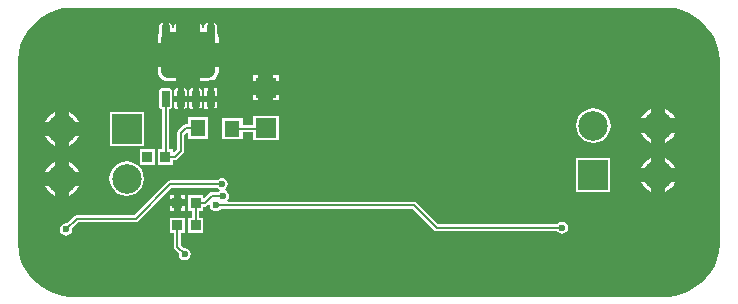
<source format=gbl>
G04*
G04 #@! TF.GenerationSoftware,Altium Limited,Altium Designer,19.1.6 (110)*
G04*
G04 Layer_Physical_Order=2*
G04 Layer_Color=16711680*
%FSLAX43Y43*%
%MOMM*%
G71*
G01*
G75*
%ADD10C,0.200*%
%ADD32R,1.800X1.700*%
%ADD40R,0.850X0.900*%
%ADD45C,2.500*%
%ADD46R,2.500X2.500*%
%ADD47C,0.600*%
%ADD48R,0.710X1.372*%
G04:AMPARAMS|DCode=49|XSize=0.71mm|YSize=1.372mm|CornerRadius=0.089mm|HoleSize=0mm|Usage=FLASHONLY|Rotation=0.000|XOffset=0mm|YOffset=0mm|HoleType=Round|Shape=RoundedRectangle|*
%AMROUNDEDRECTD49*
21,1,0.710,1.195,0,0,0.0*
21,1,0.532,1.372,0,0,0.0*
1,1,0.178,0.266,-0.597*
1,1,0.178,-0.266,-0.597*
1,1,0.178,-0.266,0.597*
1,1,0.178,0.266,0.597*
%
%ADD49ROUNDEDRECTD49*%
G04:AMPARAMS|DCode=50|XSize=4.52mm|YSize=3.85mm|CornerRadius=0.481mm|HoleSize=0mm|Usage=FLASHONLY|Rotation=0.000|XOffset=0mm|YOffset=0mm|HoleType=Round|Shape=RoundedRectangle|*
%AMROUNDEDRECTD50*
21,1,4.520,2.888,0,0,0.0*
21,1,3.558,3.850,0,0,0.0*
1,1,0.963,1.779,-1.444*
1,1,0.963,-1.779,-1.444*
1,1,0.963,-1.779,1.444*
1,1,0.963,1.779,1.444*
%
%ADD50ROUNDEDRECTD50*%
%ADD51R,1.300X1.400*%
G36*
X55928Y24664D02*
X56529Y24503D01*
X57103Y24265D01*
X57642Y23954D01*
X58135Y23575D01*
X58575Y23135D01*
X58954Y22642D01*
X59265Y22103D01*
X59503Y21529D01*
X59664Y20928D01*
X59745Y20311D01*
Y20000D01*
Y5000D01*
Y4689D01*
X59664Y4072D01*
X59503Y3471D01*
X59265Y2897D01*
X58954Y2358D01*
X58575Y1865D01*
X58135Y1425D01*
X57642Y1046D01*
X57103Y735D01*
X56529Y497D01*
X55928Y336D01*
X55311Y255D01*
X4689D01*
X4072Y336D01*
X3471Y497D01*
X2897Y735D01*
X2358Y1046D01*
X1865Y1425D01*
X1425Y1865D01*
X1046Y2358D01*
X735Y2897D01*
X497Y3471D01*
X336Y4072D01*
X255Y4689D01*
Y5000D01*
Y20000D01*
Y20311D01*
X336Y20928D01*
X497Y21529D01*
X735Y22103D01*
X1046Y22642D01*
X1425Y23135D01*
X1865Y23575D01*
X2358Y23954D01*
X2897Y24265D01*
X3471Y24503D01*
X4072Y24664D01*
X4689Y24745D01*
X55311D01*
X55928Y24664D01*
D02*
G37*
%LPC*%
G36*
X16871Y23462D02*
X16870D01*
Y22570D01*
X16340D01*
Y23462D01*
X16339D01*
X16226Y23439D01*
X16130Y23375D01*
X16067Y23280D01*
X16044Y23167D01*
Y22982D01*
X15896D01*
Y23167D01*
X15873Y23280D01*
X15809Y23375D01*
X15714Y23439D01*
X15700Y23442D01*
Y21750D01*
X17267D01*
Y22194D01*
X17240Y22398D01*
X17166Y22577D01*
Y23167D01*
X17143Y23280D01*
X17079Y23375D01*
X16984Y23439D01*
X16871Y23462D01*
D02*
G37*
G36*
X13061D02*
X13060D01*
Y22570D01*
X12530D01*
Y23462D01*
X12529D01*
X12416Y23439D01*
X12320Y23375D01*
X12257Y23280D01*
X12234Y23167D01*
Y22577D01*
X12160Y22398D01*
X12133Y22194D01*
Y21750D01*
X13700D01*
Y23442D01*
X13686Y23439D01*
X13590Y23375D01*
X13527Y23280D01*
X13504Y23167D01*
Y22982D01*
X13356D01*
Y23167D01*
X13333Y23280D01*
X13269Y23375D01*
X13174Y23439D01*
X13061Y23462D01*
D02*
G37*
G36*
X22350Y19000D02*
X21850D01*
Y18550D01*
X22350D01*
Y19000D01*
D02*
G37*
G36*
X20650D02*
X20150D01*
Y18550D01*
X20650D01*
Y19000D01*
D02*
G37*
G36*
X17267Y19750D02*
X15700D01*
Y18518D01*
X16479D01*
X16683Y18545D01*
X16873Y18624D01*
X17036Y18749D01*
X17161Y18912D01*
X17240Y19102D01*
X17267Y19306D01*
Y19750D01*
D02*
G37*
G36*
X13700D02*
X12133D01*
Y19306D01*
X12160Y19102D01*
X12239Y18912D01*
X12364Y18749D01*
X12527Y18624D01*
X12717Y18545D01*
X12921Y18518D01*
X13700D01*
Y19750D01*
D02*
G37*
G36*
X17160Y17916D02*
X16870D01*
Y17295D01*
X17160D01*
Y17916D01*
D02*
G37*
G36*
X16340D02*
X16050D01*
Y17295D01*
X16340D01*
Y17916D01*
D02*
G37*
G36*
X15601Y17922D02*
X15600D01*
Y17295D01*
X15896D01*
Y17627D01*
X15873Y17740D01*
X15809Y17835D01*
X15714Y17899D01*
X15601Y17922D01*
D02*
G37*
G36*
X15070D02*
X15069D01*
X14956Y17899D01*
X14860Y17835D01*
X14797Y17740D01*
X14774Y17627D01*
Y17295D01*
X15070D01*
Y17922D01*
D02*
G37*
G36*
X14331D02*
X14330D01*
Y17295D01*
X14626D01*
Y17627D01*
X14603Y17740D01*
X14539Y17835D01*
X14444Y17899D01*
X14331Y17922D01*
D02*
G37*
G36*
X13800D02*
X13799D01*
X13686Y17899D01*
X13590Y17835D01*
X13527Y17740D01*
X13504Y17627D01*
Y17295D01*
X13800D01*
Y17922D01*
D02*
G37*
G36*
X22350Y17350D02*
X21850D01*
Y16900D01*
X22350D01*
Y17350D01*
D02*
G37*
G36*
X20650D02*
X20150D01*
Y16900D01*
X20650D01*
Y17350D01*
D02*
G37*
G36*
X17160Y16765D02*
X16870D01*
Y16144D01*
X17160D01*
Y16765D01*
D02*
G37*
G36*
X16340D02*
X16050D01*
Y16144D01*
X16340D01*
Y16765D01*
D02*
G37*
G36*
X15896D02*
X15600D01*
Y16138D01*
X15601D01*
X15714Y16161D01*
X15809Y16224D01*
X15873Y16320D01*
X15896Y16433D01*
Y16765D01*
D02*
G37*
G36*
X15070D02*
X14774D01*
Y16433D01*
X14797Y16320D01*
X14860Y16224D01*
X14956Y16161D01*
X15069Y16138D01*
X15070D01*
Y16765D01*
D02*
G37*
G36*
X14626D02*
X14330D01*
Y16138D01*
X14331D01*
X14444Y16161D01*
X14539Y16224D01*
X14603Y16320D01*
X14626Y16433D01*
Y16765D01*
D02*
G37*
G36*
X13800D02*
X13504D01*
Y16433D01*
X13527Y16320D01*
X13590Y16224D01*
X13686Y16161D01*
X13799Y16138D01*
X13800D01*
Y16765D01*
D02*
G37*
G36*
X55100Y16187D02*
Y15350D01*
X55937D01*
X55795Y15615D01*
X55601Y15851D01*
X55365Y16045D01*
X55100Y16187D01*
D02*
G37*
G36*
X53900Y16187D02*
X53635Y16045D01*
X53399Y15851D01*
X53205Y15615D01*
X53063Y15350D01*
X53900D01*
Y16187D01*
D02*
G37*
G36*
X4600Y15887D02*
Y15050D01*
X5437D01*
X5295Y15315D01*
X5101Y15551D01*
X4865Y15745D01*
X4600Y15887D01*
D02*
G37*
G36*
X3400Y15887D02*
X3135Y15745D01*
X2899Y15551D01*
X2705Y15315D01*
X2563Y15050D01*
X3400D01*
Y15887D01*
D02*
G37*
G36*
X22350Y15600D02*
X20150D01*
Y14806D01*
X19300D01*
Y15400D01*
X17600D01*
Y13600D01*
X19300D01*
Y14194D01*
X20150D01*
Y13500D01*
X22350D01*
Y15600D01*
D02*
G37*
G36*
X13061Y17922D02*
X12529D01*
X12416Y17899D01*
X12320Y17835D01*
X12257Y17740D01*
X12234Y17627D01*
Y16433D01*
X12257Y16320D01*
X12320Y16224D01*
X12416Y16161D01*
X12489Y16146D01*
Y12750D01*
X12150D01*
Y11450D01*
X13400D01*
Y11794D01*
X13550D01*
X13550Y11794D01*
X13667Y11817D01*
X13766Y11884D01*
X14266Y12384D01*
X14333Y12483D01*
X14356Y12600D01*
X14356Y12600D01*
Y13973D01*
X14573Y14190D01*
X14700Y14138D01*
Y13650D01*
X16400D01*
Y15450D01*
X14700D01*
Y14856D01*
X14500D01*
X14383Y14833D01*
X14284Y14766D01*
X13834Y14316D01*
X13767Y14217D01*
X13744Y14100D01*
X13744Y14100D01*
Y12727D01*
X13527Y12510D01*
X13400Y12562D01*
Y12750D01*
X13101D01*
Y16146D01*
X13174Y16161D01*
X13269Y16224D01*
X13333Y16320D01*
X13356Y16433D01*
Y17627D01*
X13333Y17740D01*
X13269Y17835D01*
X13174Y17899D01*
X13061Y17922D01*
D02*
G37*
G36*
X55937Y14150D02*
X55100D01*
Y13313D01*
X55365Y13455D01*
X55601Y13649D01*
X55795Y13885D01*
X55937Y14150D01*
D02*
G37*
G36*
X53900D02*
X53063D01*
X53205Y13885D01*
X53399Y13649D01*
X53635Y13455D01*
X53900Y13313D01*
Y14150D01*
D02*
G37*
G36*
X49000Y16213D02*
X48621Y16163D01*
X48269Y16017D01*
X47966Y15784D01*
X47733Y15481D01*
X47587Y15129D01*
X47537Y14750D01*
X47587Y14371D01*
X47733Y14019D01*
X47966Y13716D01*
X48269Y13483D01*
X48621Y13337D01*
X49000Y13287D01*
X49379Y13337D01*
X49731Y13483D01*
X50034Y13716D01*
X50267Y14019D01*
X50413Y14371D01*
X50463Y14750D01*
X50413Y15129D01*
X50267Y15481D01*
X50034Y15784D01*
X49731Y16017D01*
X49379Y16163D01*
X49000Y16213D01*
D02*
G37*
G36*
X5437Y13850D02*
X4600D01*
Y13013D01*
X4865Y13155D01*
X5101Y13349D01*
X5295Y13585D01*
X5437Y13850D01*
D02*
G37*
G36*
X3400D02*
X2563D01*
X2705Y13585D01*
X2899Y13349D01*
X3135Y13155D01*
X3400Y13013D01*
Y13850D01*
D02*
G37*
G36*
X10950Y15900D02*
X8050D01*
Y13000D01*
X10950D01*
Y15900D01*
D02*
G37*
G36*
X11850Y12750D02*
X10600D01*
Y11450D01*
X11850D01*
Y12750D01*
D02*
G37*
G36*
X55100Y11987D02*
Y11150D01*
X55937D01*
X55795Y11415D01*
X55601Y11651D01*
X55365Y11845D01*
X55100Y11987D01*
D02*
G37*
G36*
X53900Y11987D02*
X53635Y11845D01*
X53399Y11651D01*
X53205Y11415D01*
X53063Y11150D01*
X53900D01*
Y11987D01*
D02*
G37*
G36*
X4600Y11687D02*
Y10850D01*
X5437D01*
X5295Y11115D01*
X5101Y11351D01*
X4865Y11545D01*
X4600Y11687D01*
D02*
G37*
G36*
X3400Y11687D02*
X3135Y11545D01*
X2899Y11351D01*
X2705Y11115D01*
X2563Y10850D01*
X3400D01*
Y11687D01*
D02*
G37*
G36*
X55937Y9950D02*
X55100D01*
Y9113D01*
X55365Y9255D01*
X55601Y9449D01*
X55795Y9685D01*
X55937Y9950D01*
D02*
G37*
G36*
X53900D02*
X53063D01*
X53205Y9685D01*
X53399Y9449D01*
X53635Y9255D01*
X53900Y9113D01*
Y9950D01*
D02*
G37*
G36*
X17550Y10310D02*
X17355Y10271D01*
X17190Y10160D01*
X17153Y10106D01*
X13196D01*
X13079Y10083D01*
X12980Y10016D01*
X10119Y7156D01*
X5250D01*
X5133Y7133D01*
X5034Y7066D01*
X5034Y7066D01*
X4414Y6447D01*
X4350Y6460D01*
X4155Y6421D01*
X3990Y6310D01*
X3879Y6145D01*
X3840Y5950D01*
X3879Y5755D01*
X3990Y5590D01*
X4155Y5479D01*
X4350Y5440D01*
X4545Y5479D01*
X4710Y5590D01*
X4821Y5755D01*
X4860Y5950D01*
X4847Y6014D01*
X5377Y6544D01*
X10246D01*
X10246Y6544D01*
X10363Y6567D01*
X10462Y6634D01*
X13323Y9494D01*
X17153D01*
X17190Y9440D01*
X17334Y9343D01*
X17352Y9254D01*
X17350Y9201D01*
X17290Y9160D01*
X17253Y9106D01*
X16700D01*
X16700Y9106D01*
X16583Y9083D01*
X16484Y9016D01*
X16077Y8610D01*
X15950Y8662D01*
Y8850D01*
X14700D01*
Y7550D01*
X15019D01*
Y6950D01*
X14700D01*
Y5650D01*
X15950D01*
Y6950D01*
X15631D01*
Y7550D01*
X15950D01*
Y7894D01*
X16100D01*
X16100Y7894D01*
X16217Y7917D01*
X16316Y7984D01*
X16430Y8098D01*
X16547Y8035D01*
X16540Y8000D01*
X16579Y7805D01*
X16690Y7640D01*
X16855Y7529D01*
X17050Y7490D01*
X17245Y7529D01*
X17410Y7640D01*
X17447Y7694D01*
X33711D01*
X35522Y5884D01*
X35522Y5884D01*
X35621Y5817D01*
X35738Y5794D01*
X35738Y5794D01*
X45953D01*
X45990Y5740D01*
X46155Y5629D01*
X46350Y5590D01*
X46545Y5629D01*
X46710Y5740D01*
X46821Y5905D01*
X46860Y6100D01*
X46821Y6295D01*
X46710Y6460D01*
X46545Y6571D01*
X46350Y6610D01*
X46155Y6571D01*
X45990Y6460D01*
X45953Y6406D01*
X35865D01*
X34054Y8216D01*
X33955Y8283D01*
X33838Y8306D01*
X33838Y8306D01*
X18039D01*
X18001Y8433D01*
X18010Y8440D01*
X18121Y8605D01*
X18160Y8800D01*
X18121Y8995D01*
X18010Y9160D01*
X17866Y9257D01*
X17848Y9346D01*
X17850Y9399D01*
X17910Y9440D01*
X18021Y9605D01*
X18060Y9800D01*
X18021Y9995D01*
X17910Y10160D01*
X17745Y10271D01*
X17550Y10310D01*
D02*
G37*
G36*
X50450Y12000D02*
X47550D01*
Y9100D01*
X50450D01*
Y12000D01*
D02*
G37*
G36*
X5437Y9650D02*
X4600D01*
Y8813D01*
X4865Y8955D01*
X5101Y9149D01*
X5295Y9385D01*
X5437Y9650D01*
D02*
G37*
G36*
X3400D02*
X2563D01*
X2705Y9385D01*
X2899Y9149D01*
X3135Y8955D01*
X3400Y8813D01*
Y9650D01*
D02*
G37*
G36*
X9500Y11713D02*
X9121Y11663D01*
X8769Y11517D01*
X8466Y11284D01*
X8233Y10981D01*
X8087Y10629D01*
X8037Y10250D01*
X8087Y9871D01*
X8233Y9519D01*
X8466Y9216D01*
X8769Y8983D01*
X9121Y8837D01*
X9500Y8787D01*
X9879Y8837D01*
X10231Y8983D01*
X10534Y9216D01*
X10767Y9519D01*
X10913Y9871D01*
X10963Y10250D01*
X10913Y10629D01*
X10767Y10981D01*
X10534Y11284D01*
X10231Y11517D01*
X9879Y11663D01*
X9500Y11713D01*
D02*
G37*
G36*
X14400Y8850D02*
X14075D01*
Y8500D01*
X14400D01*
Y8850D01*
D02*
G37*
G36*
X13475D02*
X13150D01*
Y8500D01*
X13475D01*
Y8850D01*
D02*
G37*
G36*
X14400Y7900D02*
X14075D01*
Y7550D01*
X14400D01*
Y7900D01*
D02*
G37*
G36*
X13475D02*
X13150D01*
Y7550D01*
X13475D01*
Y7900D01*
D02*
G37*
G36*
X14400Y6950D02*
X13150D01*
Y5650D01*
X13469D01*
Y4475D01*
X13469Y4475D01*
X13492Y4358D01*
X13559Y4259D01*
X13903Y3914D01*
X13890Y3850D01*
X13929Y3655D01*
X14040Y3490D01*
X14205Y3379D01*
X14400Y3340D01*
X14595Y3379D01*
X14760Y3490D01*
X14871Y3655D01*
X14910Y3850D01*
X14871Y4045D01*
X14760Y4210D01*
X14595Y4321D01*
X14400Y4360D01*
X14336Y4347D01*
X14081Y4602D01*
Y5650D01*
X14400D01*
Y6950D01*
D02*
G37*
%LPD*%
D10*
X21200Y14500D02*
X21250Y14550D01*
X18450Y14500D02*
X21200D01*
X14050Y14100D02*
X14500Y14550D01*
X15550D01*
X14050Y12600D02*
Y14100D01*
X13550Y12100D02*
X14050Y12600D01*
X12775Y12100D02*
X13550D01*
X12795Y12120D02*
Y17030D01*
X12775Y12100D02*
X12795Y12120D01*
X16700Y8800D02*
X17650D01*
X16100Y8200D02*
X16700Y8800D01*
X15325Y8200D02*
X16100D01*
X15325Y6300D02*
Y8200D01*
X13775Y4475D02*
X14400Y3850D01*
X13775Y4475D02*
Y6300D01*
X4350Y5950D02*
X5250Y6850D01*
X10246D01*
X13196Y9800D01*
X17550D01*
X17050Y8000D02*
X33838D01*
X35738Y6100D01*
X46350D01*
D32*
X21250Y14550D02*
D03*
Y17950D02*
D03*
D40*
X13775Y6300D02*
D03*
X15325D02*
D03*
Y8200D02*
D03*
X13775D02*
D03*
X11225Y12100D02*
D03*
X12775D02*
D03*
D45*
X4000Y14450D02*
D03*
Y10250D02*
D03*
X9500D02*
D03*
X49000Y14750D02*
D03*
X54500D02*
D03*
Y10550D02*
D03*
D46*
X9500Y14450D02*
D03*
X49000Y10550D02*
D03*
D47*
X54000Y22000D02*
D03*
X16950Y15950D02*
D03*
X15900D02*
D03*
X14700Y16025D02*
D03*
X15250Y18300D02*
D03*
X16675Y18325D02*
D03*
X17250Y7025D02*
D03*
X17275Y6050D02*
D03*
X16600Y6525D02*
D03*
X16575Y5450D02*
D03*
X15625Y4975D02*
D03*
X14800Y5000D02*
D03*
X13550Y14625D02*
D03*
X17975Y16800D02*
D03*
X13775Y15300D02*
D03*
X14375Y11325D02*
D03*
Y12000D02*
D03*
X16250Y11375D02*
D03*
Y12000D02*
D03*
X15625Y11300D02*
D03*
Y12000D02*
D03*
X15000Y11325D02*
D03*
X58000Y22000D02*
D03*
X59000Y20000D02*
D03*
X58000Y18000D02*
D03*
X59000Y16000D02*
D03*
X58000Y14000D02*
D03*
X59000Y12000D02*
D03*
X58000Y10000D02*
D03*
X59000Y8000D02*
D03*
X58000Y6000D02*
D03*
X59000Y4000D02*
D03*
X58000Y2000D02*
D03*
X56000Y22000D02*
D03*
X57000Y20000D02*
D03*
X56000Y18000D02*
D03*
X57000Y16000D02*
D03*
Y12000D02*
D03*
Y8000D02*
D03*
X56000Y6000D02*
D03*
X57000Y4000D02*
D03*
X56000Y2000D02*
D03*
X55000Y20000D02*
D03*
X54000Y18000D02*
D03*
X55000Y8000D02*
D03*
X54000Y6000D02*
D03*
X55000Y4000D02*
D03*
X54000Y2000D02*
D03*
X52000Y22000D02*
D03*
X53000Y20000D02*
D03*
X52000Y18000D02*
D03*
X53000Y16000D02*
D03*
Y12000D02*
D03*
Y8000D02*
D03*
X52000Y6000D02*
D03*
X53000Y4000D02*
D03*
X52000Y2000D02*
D03*
X50000Y22000D02*
D03*
X51000Y20000D02*
D03*
Y4000D02*
D03*
X50000Y2000D02*
D03*
X48000Y22000D02*
D03*
X49000Y20000D02*
D03*
Y4000D02*
D03*
X48000Y2000D02*
D03*
X46000Y22000D02*
D03*
X47000Y20000D02*
D03*
Y4000D02*
D03*
X46000Y2000D02*
D03*
X44000Y22000D02*
D03*
X45000Y20000D02*
D03*
X44000Y2000D02*
D03*
X42000Y22000D02*
D03*
X43000Y20000D02*
D03*
X42000Y2000D02*
D03*
X40000Y22000D02*
D03*
X41000Y20000D02*
D03*
X40000Y2000D02*
D03*
X38000Y22000D02*
D03*
X39000Y20000D02*
D03*
X38000Y2000D02*
D03*
X36000Y22000D02*
D03*
X37000Y20000D02*
D03*
X36000Y2000D02*
D03*
X34000Y22000D02*
D03*
X35000Y20000D02*
D03*
X34000Y2000D02*
D03*
X32000Y22000D02*
D03*
X33000Y20000D02*
D03*
X32000Y2000D02*
D03*
X30000Y22000D02*
D03*
X31000Y20000D02*
D03*
X30000Y2000D02*
D03*
X28000Y22000D02*
D03*
X29000Y20000D02*
D03*
X28000Y2000D02*
D03*
X26000Y22000D02*
D03*
X27000Y20000D02*
D03*
X26000Y2000D02*
D03*
X24000Y22000D02*
D03*
X25000Y20000D02*
D03*
X24000Y18000D02*
D03*
Y2000D02*
D03*
X22000Y22000D02*
D03*
X23000Y20000D02*
D03*
Y4000D02*
D03*
X22000Y2000D02*
D03*
X20000Y22000D02*
D03*
X21000Y4000D02*
D03*
X18000Y18000D02*
D03*
X15000Y12000D02*
D03*
X8000Y2000D02*
D03*
X7000Y20000D02*
D03*
X6000Y18000D02*
D03*
Y14000D02*
D03*
Y10000D02*
D03*
X4000Y22000D02*
D03*
X5000Y20000D02*
D03*
X4000Y18000D02*
D03*
X5000Y12000D02*
D03*
Y8000D02*
D03*
X2000Y22000D02*
D03*
X3000Y20000D02*
D03*
X2000Y18000D02*
D03*
Y14000D02*
D03*
X3000Y12000D02*
D03*
X2000Y10000D02*
D03*
X3000Y8000D02*
D03*
X2000Y6000D02*
D03*
X3000Y4000D02*
D03*
X2000Y2000D02*
D03*
X11225Y12100D02*
D03*
X14400Y3850D02*
D03*
X17650Y8800D02*
D03*
X4350Y5950D02*
D03*
X17550Y9800D02*
D03*
X17050Y8000D02*
D03*
X46350Y6100D02*
D03*
D48*
X16605Y17030D02*
D03*
D49*
X15335D02*
D03*
X14065D02*
D03*
X12795D02*
D03*
X16605Y22570D02*
D03*
X15335D02*
D03*
X14065D02*
D03*
X12795D02*
D03*
D50*
X14700Y20750D02*
D03*
D51*
X18450Y14500D02*
D03*
X15550Y14550D02*
D03*
M02*

</source>
